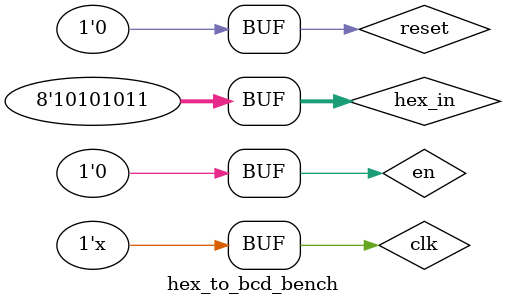
<source format=v>
/*
Author: Spence Johnston
Module: hex to bcd converter
Purpose: converts character from uart input into hex equivalent.
		 Seperates digit by ones and tens place.
*/
module hex_to_bcd(
	input clk, reset, en,
	input [7:0] hex_in,
	output reg [3:0] ones,
	output reg [3:0] tens
);

//states
localparam IDLE = 0;
localparam CHANGE = 1;
localparam RESET = 2;

reg[7:0] data;
reg [1:0] state;

always @ ( posedge clk)
begin
	if(reset)
		state = RESET;
	else
		case ( state )
			RESET:
			begin
				state = IDLE;
			end
			IDLE:
			begin
				if(en)
					state = CHANGE;
				else
					state = state;
			end
			CHANGE:
			begin
				state = IDLE;
			end		
		endcase	
end

always @ (state)
begin
	case (state)
	RESET:
	begin
		ones = 0;
		tens = 0;
	end
	IDLE:
	begin
		data = hex_in;
	end
	CHANGE:
	begin
		ones = data[3:0];
		tens = data[7:4];
	end
	endcase
end
endmodule 

//TESTBENCH
module hex_to_bcd_bench;

reg clk, reset, en;
reg [7:0] hex_in;
wire [3:0] ones;
wire [3:0] tens;

hex_to_bcd t0 (clk, reset, en, hex_in, ones, tens);

initial
begin
	clk = 1;
	reset = 1;
	en = 0;
	hex_in = 8'hab;
	
	#2 reset = 0;
	#2 en = 1;
	#2 en = 0;
	
end

always
begin
	#1 clk = ~clk;
end
endmodule 
</source>
